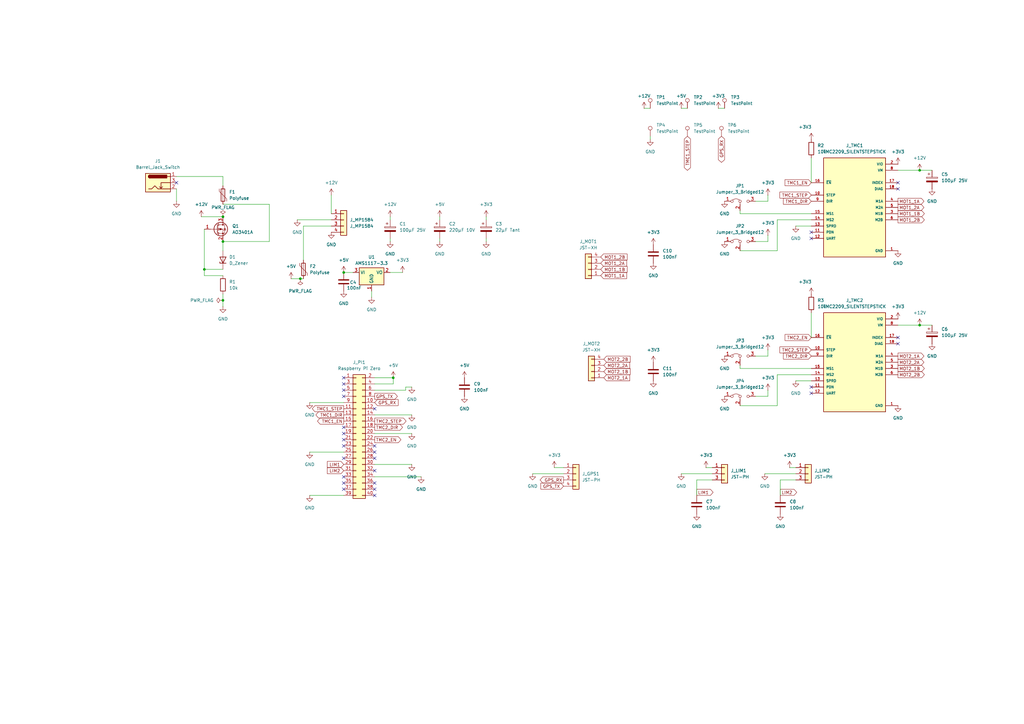
<source format=kicad_sch>
(kicad_sch (version 20250114) (generator "eeschema") (generator_version "9.0")
  (paper "A3")
  (title_block (comment 3 "Telescope Board"))
  (lib_symbols
    (symbol "Connector:Barrel_Jack_Switch" (pin_names (hide yes))
      (property "Reference" "J" (at 0 5.334 0))
      (property "Value" "Barrel_Jack_Switch" (at 0 -5.08 0))
      (symbol "Barrel_Jack_Switch_1_1"
        (pin passive line (at 7.62 2.54 180) (length 2.54) (name "~") (number "1"))
        (pin passive line (at 7.62 0 180) (length 2.54) (name "~") (number "3"))
        (pin passive line (at 7.62 -2.54 180) (length 2.54) (name "~") (number "2"))
      )
    )
    (symbol "Connector:TestPoint" (pin_numbers (hide yes)) (pin_names (offset 0.762) (hide yes))
      (property "Reference" "TP" (at 0 6.858 0))
      (property "Value" "TestPoint" (at 0 5.08 0))
      (symbol "TestPoint_1_1"
        (pin passive line (at 0 0 90) (length 2.54) (name "1") (number "1"))
      )
    )
    (symbol "Connector_Generic:Conn_01x03" (pin_names (offset 1.016) (hide yes))
      (property "Reference" "J" (at 0 5.08 0))
      (property "Value" "Conn_01x03" (at 0 -5.08 0))
      (symbol "Conn_01x03_1_1"
        (pin passive line (at -5.08 2.54 0) (length 3.81) (name "Pin_1") (number "1"))
        (pin passive line (at -5.08 0 0) (length 3.81) (name "Pin_2") (number "2"))
        (pin passive line (at -5.08 -2.54 0) (length 3.81) (name "Pin_3") (number "3"))
      )
    )
    (symbol "Connector_Generic:Conn_01x04" (pin_names (offset 1.016) (hide yes))
      (property "Reference" "J" (at 0 5.08 0))
      (property "Value" "Conn_01x04" (at 0 -7.62 0))
      (symbol "Conn_01x04_1_1"
        (pin passive line (at -5.08 2.54 0) (length 3.81) (name "Pin_1") (number "1"))
        (pin passive line (at -5.08 0 0) (length 3.81) (name "Pin_2") (number "2"))
        (pin passive line (at -5.08 -2.54 0) (length 3.81) (name "Pin_3") (number "3"))
        (pin passive line (at -5.08 -5.08 0) (length 3.81) (name "Pin_4") (number "4"))
      )
    )
    (symbol "Connector_Generic:Conn_02x20_Odd_Even" (pin_names (offset 1.016) (hide yes))
      (property "Reference" "J" (at 1.27 25.4 0))
      (property "Value" "Conn_02x20_Odd_Even" (at 1.27 -27.94 0))
      (symbol "Conn_02x20_Odd_Even_1_1"
        (pin passive line (at -5.08 22.86 0) (length 3.81) (name "Pin_1") (number "1"))
        (pin passive line (at -5.08 20.32 0) (length 3.81) (name "Pin_3") (number "3"))
        (pin passive line (at -5.08 17.78 0) (length 3.81) (name "Pin_5") (number "5"))
        (pin passive line (at -5.08 15.24 0) (length 3.81) (name "Pin_7") (number "7"))
        (pin passive line (at -5.08 12.7 0) (length 3.81) (name "Pin_9") (number "9"))
        (pin passive line (at -5.08 10.16 0) (length 3.81) (name "Pin_11") (number "11"))
        (pin passive line (at -5.08 7.62 0) (length 3.81) (name "Pin_13") (number "13"))
        (pin passive line (at -5.08 5.08 0) (length 3.81) (name "Pin_15") (number "15"))
        (pin passive line (at -5.08 2.54 0) (length 3.81) (name "Pin_17") (number "17"))
        (pin passive line (at -5.08 0 0) (length 3.81) (name "Pin_19") (number "19"))
        (pin passive line (at -5.08 -2.54 0) (length 3.81) (name "Pin_21") (number "21"))
        (pin passive line (at -5.08 -5.08 0) (length 3.81) (name "Pin_23") (number "23"))
        (pin passive line (at -5.08 -7.62 0) (length 3.81) (name "Pin_25") (number "25"))
        (pin passive line (at -5.08 -10.16 0) (length 3.81) (name "Pin_27") (number "27"))
        (pin passive line (at -5.08 -12.7 0) (length 3.81) (name "Pin_29") (number "29"))
        (pin passive line (at -5.08 -15.24 0) (length 3.81) (name "Pin_31") (number "31"))
        (pin passive line (at -5.08 -17.78 0) (length 3.81) (name "Pin_33") (number "33"))
        (pin passive line (at -5.08 -20.32 0) (length 3.81) (name "Pin_35") (number "35"))
        (pin passive line (at -5.08 -22.86 0) (length 3.81) (name "Pin_37") (number "37"))
        (pin passive line (at -5.08 -25.4 0) (length 3.81) (name "Pin_39") (number "39"))
        (pin passive line (at 7.62 22.86 180) (length 3.81) (name "Pin_2") (number "2"))
        (pin passive line (at 7.62 20.32 180) (length 3.81) (name "Pin_4") (number "4"))
        (pin passive line (at 7.62 17.78 180) (length 3.81) (name "Pin_6") (number "6"))
        (pin passive line (at 7.62 15.24 180) (length 3.81) (name "Pin_8") (number "8"))
        (pin passive line (at 7.62 12.7 180) (length 3.81) (name "Pin_10") (number "10"))
        (pin passive line (at 7.62 10.16 180) (length 3.81) (name "Pin_12") (number "12"))
        (pin passive line (at 7.62 7.62 180) (length 3.81) (name "Pin_14") (number "14"))
        (pin passive line (at 7.62 5.08 180) (length 3.81) (name "Pin_16") (number "16"))
        (pin passive line (at 7.62 2.54 180) (length 3.81) (name "Pin_18") (number "18"))
        (pin passive line (at 7.62 0 180) (length 3.81) (name "Pin_20") (number "20"))
        (pin passive line (at 7.62 -2.54 180) (length 3.81) (name "Pin_22") (number "22"))
        (pin passive line (at 7.62 -5.08 180) (length 3.81) (name "Pin_24") (number "24"))
        (pin passive line (at 7.62 -7.62 180) (length 3.81) (name "Pin_26") (number "26"))
        (pin passive line (at 7.62 -10.16 180) (length 3.81) (name "Pin_28") (number "28"))
        (pin passive line (at 7.62 -12.7 180) (length 3.81) (name "Pin_30") (number "30"))
        (pin passive line (at 7.62 -15.24 180) (length 3.81) (name "Pin_32") (number "32"))
        (pin passive line (at 7.62 -17.78 180) (length 3.81) (name "Pin_34") (number "34"))
        (pin passive line (at 7.62 -20.32 180) (length 3.81) (name "Pin_36") (number "36"))
        (pin passive line (at 7.62 -22.86 180) (length 3.81) (name "Pin_38") (number "38"))
        (pin passive line (at 7.62 -25.4 180) (length 3.81) (name "Pin_40") (number "40"))
      )
    )
    (symbol "Device:C" (pin_numbers (hide yes)) (pin_names (offset 0.254))
      (property "Reference" "C" (at 0.635 2.54 0))
      (property "Value" "C" (at 0.635 -2.54 0))
      (symbol "C_1_1"
        (pin passive line (at 0 3.81 270) (length 2.794) (name "~") (number "1"))
        (pin passive line (at 0 -3.81 90) (length 2.794) (name "~") (number "2"))
      )
    )
    (symbol "Device:C_Polarized" (pin_numbers (hide yes)) (pin_names (offset 0.254))
      (property "Reference" "C" (at 0.635 2.54 0))
      (property "Value" "C_Polarized" (at 0.635 -2.54 0))
      (symbol "C_Polarized_1_1"
        (pin passive line (at 0 3.81 270) (length 2.794) (name "~") (number "1"))
        (pin passive line (at 0 -3.81 90) (length 2.794) (name "~") (number "2"))
      )
    )
    (symbol "Device:D_Zener" (pin_numbers (hide yes)) (pin_names (offset 1.016) (hide yes))
      (property "Reference" "D" (at 0 2.54 0))
      (property "Value" "D_Zener" (at 0 -2.54 0))
      (symbol "D_Zener_1_1"
        (pin passive line (at -3.81 0 0) (length 2.54) (name "K") (number "1"))
        (pin passive line (at 3.81 0 180) (length 2.54) (name "A") (number "2"))
      )
    )
    (symbol "Device:Polyfuse" (pin_numbers (hide yes)) (pin_names (offset 0))
      (property "Reference" "F" (at -2.54 0 90))
      (property "Value" "Polyfuse" (at 2.54 0 90))
      (symbol "Polyfuse_1_1"
        (pin passive line (at 0 3.81 270) (length 1.27) (name "~") (number "1"))
        (pin passive line (at 0 -3.81 90) (length 1.27) (name "~") (number "2"))
      )
    )
    (symbol "Device:R" (pin_numbers (hide yes)) (pin_names (offset 0))
      (property "Reference" "R" (at 2.032 0 90))
      (property "Value" "R" (at 0 0 90))
      (symbol "R_1_1"
        (pin passive line (at 0 3.81 270) (length 1.27) (name "~") (number "1"))
        (pin passive line (at 0 -3.81 90) (length 1.27) (name "~") (number "2"))
      )
    )
    (symbol "Jumper:Jumper_3_Bridged12" (pin_names (offset 0) (hide yes)) (in_bom no)
      (property "Reference" "JP" (at -2.54 -2.54 0))
      (property "Value" "Jumper_3_Bridged12" (at 0 2.794 0))
      (symbol "Jumper_3_Bridged12_1_1"
        (pin passive line (at -6.35 0 0) (length 2.54) (name "A") (number "1"))
        (pin passive line (at 0 -3.81 90) (length 2.54) (name "C") (number "2"))
        (pin passive line (at 6.35 0 180) (length 2.54) (name "B") (number "3"))
      )
    )
    (symbol "Regulator_Linear:AMS1117-3.3"
      (property "Reference" "U" (at -3.81 3.175 0))
      (property "Value" "AMS1117-3.3" (at 0 3.175 0))
      (symbol "AMS1117-3.3_1_1"
        (pin power_in line (at -7.62 0 0) (length 2.54) (name "VI") (number "3"))
        (pin power_in line (at 0 -7.62 90) (length 2.54) (name "GND") (number "1"))
        (pin power_out line (at 7.62 0 180) (length 2.54) (name "VO") (number "2"))
      )
    )
    (symbol "TMC2209_SILENTSTEPSTICK:TMC2209_SILENTSTEPSTICK" (pin_names (offset 1.016))
      (property "Reference" "U" (at -12.7 22.86 0))
      (property "Value" "TMC2209_SILENTSTEPSTICK" (at -12.7 -22.86 0))
      (symbol "TMC2209_SILENTSTEPSTICK_0_0"
        (pin input line (at -17.78 10.16 0) (length 5.08) (name "~{EN}") (number "16"))
        (pin input line (at -17.78 5.08 0) (length 5.08) (name "STEP") (number "10"))
        (pin input line (at -17.78 2.54 0) (length 5.08) (name "DIR") (number "9"))
        (pin input line (at -17.78 -2.54 0) (length 5.08) (name "MS1") (number "15"))
        (pin input line (at -17.78 -5.08 0) (length 5.08) (name "MS2") (number "14"))
        (pin input line (at -17.78 -7.62 0) (length 5.08) (name "SPRD") (number "13"))
        (pin bidirectional line (at -17.78 -10.16 0) (length 5.08) (name "PDN") (number "11"))
        (pin bidirectional line (at -17.78 -12.7 0) (length 5.08) (name "UART") (number "12"))
        (pin power_in line (at 17.78 17.78 180) (length 5.08) (name "VIO") (number "2"))
        (pin power_in line (at 17.78 15.24 180) (length 5.08) (name "VM") (number "8"))
        (pin output line (at 17.78 10.16 180) (length 5.08) (name "INDEX") (number "17"))
        (pin output line (at 17.78 7.62 180) (length 5.08) (name "DIAG") (number "18"))
        (pin output line (at 17.78 2.54 180) (length 5.08) (name "M1A") (number "4"))
        (pin output line (at 17.78 0 180) (length 5.08) (name "M2A") (number "5"))
        (pin output line (at 17.78 -2.54 180) (length 5.08) (name "M1B") (number "3"))
        (pin output line (at 17.78 -5.08 180) (length 5.08) (name "M2B") (number "6"))
        (pin power_in line (at 17.78 -17.78 180) (length 5.08) (name "GND") (number "1"))
        (pin power_in line (at 17.78 -17.78 180) (length 5.08) (hide yes) (name "GND") (number "7"))
      )
    )
    (symbol "Transistor_FET:AO3401A" (pin_names (hide yes))
      (property "Reference" "Q" (at 5.08 1.905 0))
      (property "Value" "AO3401A" (at 5.08 0 0))
      (symbol "AO3401A_1_1"
        (pin input line (at -5.08 0 0) (length 2.54) (name "G") (number "1"))
        (pin passive line (at 2.54 5.08 270) (length 2.54) (name "D") (number "3"))
        (pin passive line (at 2.54 -5.08 90) (length 2.54) (name "S") (number "2"))
      )
    )
    (symbol "power:+12V" (power) (pin_numbers (hide yes)) (pin_names (offset 0) (hide yes))
      (property "Value" "+12V" (at 0 3.556 0))
      (symbol "+12V_1_1"
        (pin power_in line (at 0 0 90) (length 0) (name "~") (number "1"))
      )
    )
    (symbol "power:+3V3" (power) (pin_numbers (hide yes)) (pin_names (offset 0) (hide yes))
      (property "Value" "+3V3" (at 0 3.556 0))
      (symbol "+3V3_1_1"
        (pin power_in line (at 0 0 90) (length 0) (name "~") (number "1"))
      )
    )
    (symbol "power:+5V" (power) (pin_numbers (hide yes)) (pin_names (offset 0) (hide yes))
      (property "Value" "+5V" (at 0 3.556 0))
      (symbol "+5V_1_1"
        (pin power_in line (at 0 0 90) (length 0) (name "~") (number "1"))
      )
    )
    (symbol "power:GND" (power) (pin_numbers (hide yes)) (pin_names (offset 0) (hide yes))
      (property "Value" "GND" (at 0 -3.81 0))
      (symbol "GND_1_1"
        (pin power_in line (at 0 0 270) (length 0) (name "~") (number "1"))
      )
    )
    (symbol "power:PWR_FLAG" (power) (pin_numbers (hide yes)) (pin_names (offset 0) (hide yes))
      (property "Value" "PWR_FLAG" (at 0 3.81 0))
      (symbol "PWR_FLAG_0_0"
        (pin power_out line (at 0 0 90) (length 0) (name "~") (number "1"))
      )
    )
  )
  (junction (at 123.19 114.3))
  (junction (at 91.44 99.06))
  (junction (at 91.44 88.9))
  (junction (at 161.29 154.94))
  (junction (at 91.44 123.19))
  (junction (at 83.82 110.49))
  (junction (at 140.97 111.76))
  (junction (at 377.19 133.35))
  (junction (at 377.19 69.85))
  (no_connect (at 153.67 203.2))
  (no_connect (at 140.97 177.8))
  (no_connect (at 153.67 187.96))
  (no_connect (at 153.67 185.42))
  (no_connect (at 332.74 97.79))
  (no_connect (at 140.97 195.58))
  (no_connect (at 72.39 74.93))
  (no_connect (at 368.3 140.97))
  (no_connect (at 153.67 167.64))
  (no_connect (at 140.97 154.94))
  (no_connect (at 140.97 180.34))
  (no_connect (at 368.3 138.43))
  (no_connect (at 368.3 74.93))
  (no_connect (at 140.97 198.12))
  (no_connect (at 368.3 77.47))
  (no_connect (at 332.74 95.25))
  (no_connect (at 153.67 193.04))
  (no_connect (at 332.74 158.75))
  (no_connect (at 332.74 161.29))
  (no_connect (at 153.67 198.12))
  (no_connect (at 140.97 187.96))
  (no_connect (at 140.97 162.56))
  (no_connect (at 140.97 175.26))
  (no_connect (at 140.97 182.88))
  (no_connect (at 140.97 160.02))
  (no_connect (at 140.97 200.66))
  (no_connect (at 153.67 200.66))
  (no_connect (at 140.97 157.48))
  (no_connect (at 153.67 182.88))
  (wire (pts (xy 83.82 93.98) (xy 83.82 110.49)))
  (wire (pts (xy 127 165.1) (xy 140.97 165.1)))
  (wire (pts (xy 266.7 55.88) (xy 266.7 57.15)))
  (wire (pts (xy 323.85 191.77) (xy 326.39 191.77)))
  (wire (pts (xy 314.96 99.06) (xy 309.88 99.06)))
  (wire (pts (xy 326.39 92.71) (xy 332.74 92.71)))
  (wire (pts (xy 368.3 133.35) (xy 377.19 133.35)))
  (wire (pts (xy 377.19 133.35) (xy 382.27 133.35)))
  (wire (pts (xy 264.16 44.45) (xy 266.7 44.45)))
  (wire (pts (xy 72.39 77.47) (xy 72.39 82.55)))
  (wire (pts (xy 135.89 92.71) (xy 124.46 92.71)))
  (wire (pts (xy 227.33 191.77) (xy 231.14 191.77)))
  (wire (pts (xy 153.67 160.02) (xy 166.37 160.02)))
  (wire (pts (xy 91.44 83.82) (xy 110.49 83.82)))
  (wire (pts (xy 166.37 160.02) (xy 166.37 158.75)))
  (wire (pts (xy 314.96 160.02) (xy 314.96 162.56)))
  (wire (pts (xy 314.96 82.55) (xy 309.88 82.55)))
  (wire (pts (xy 91.44 72.39) (xy 91.44 76.2)))
  (wire (pts (xy 161.29 157.48) (xy 153.67 157.48)))
  (wire (pts (xy 153.67 195.58) (xy 172.72 195.58)))
  (wire (pts (xy 314.96 96.52) (xy 314.96 99.06)))
  (wire (pts (xy 368.3 69.85) (xy 377.19 69.85)))
  (wire (pts (xy 91.44 99.06) (xy 91.44 102.87)))
  (wire (pts (xy 279.4 194.31) (xy 292.1 194.31)))
  (wire (pts (xy 303.53 151.13) (xy 303.53 149.86)))
  (wire (pts (xy 285.75 196.85) (xy 285.75 203.2)))
  (wire (pts (xy 180.34 88.9) (xy 180.34 90.17)))
  (wire (pts (xy 82.55 88.9) (xy 91.44 88.9)))
  (wire (pts (xy 124.46 92.71) (xy 124.46 106.68)))
  (wire (pts (xy 135.89 80.01) (xy 135.89 87.63)))
  (wire (pts (xy 332.74 138.43) (xy 332.74 128.27)))
  (wire (pts (xy 318.77 90.17) (xy 318.77 102.87)))
  (wire (pts (xy 279.4 44.45) (xy 281.94 44.45)))
  (wire (pts (xy 199.39 97.79) (xy 199.39 99.06)))
  (wire (pts (xy 313.69 194.31) (xy 326.39 194.31)))
  (wire (pts (xy 123.19 114.3) (xy 124.46 114.3)))
  (wire (pts (xy 110.49 83.82) (xy 110.49 99.06)))
  (wire (pts (xy 326.39 156.21) (xy 332.74 156.21)))
  (wire (pts (xy 318.77 153.67) (xy 318.77 166.37)))
  (wire (pts (xy 153.67 154.94) (xy 161.29 154.94)))
  (wire (pts (xy 166.37 158.75) (xy 168.91 158.75)))
  (wire (pts (xy 180.34 97.79) (xy 180.34 99.06)))
  (wire (pts (xy 72.39 72.39) (xy 91.44 72.39)))
  (wire (pts (xy 332.74 153.67) (xy 318.77 153.67)))
  (wire (pts (xy 83.82 110.49) (xy 91.44 110.49)))
  (wire (pts (xy 91.44 120.65) (xy 91.44 123.19)))
  (wire (pts (xy 318.77 166.37) (xy 303.53 166.37)))
  (wire (pts (xy 314.96 80.01) (xy 314.96 82.55)))
  (wire (pts (xy 326.39 196.85) (xy 320.04 196.85)))
  (wire (pts (xy 332.74 87.63) (xy 303.53 87.63)))
  (wire (pts (xy 83.82 110.49) (xy 83.82 113.03)))
  (wire (pts (xy 127 203.2) (xy 140.97 203.2)))
  (wire (pts (xy 303.53 87.63) (xy 303.53 86.36)))
  (wire (pts (xy 332.74 90.17) (xy 318.77 90.17)))
  (wire (pts (xy 377.19 69.85) (xy 382.27 69.85)))
  (wire (pts (xy 152.4 119.38) (xy 152.4 121.92)))
  (wire (pts (xy 160.02 97.79) (xy 160.02 99.06)))
  (wire (pts (xy 160.02 111.76) (xy 165.1 111.76)))
  (wire (pts (xy 332.74 74.93) (xy 332.74 64.77)))
  (wire (pts (xy 320.04 196.85) (xy 320.04 203.2)))
  (wire (pts (xy 289.56 191.77) (xy 292.1 191.77)))
  (wire (pts (xy 153.67 177.8) (xy 168.91 177.8)))
  (wire (pts (xy 127 185.42) (xy 140.97 185.42)))
  (wire (pts (xy 218.44 194.31) (xy 231.14 194.31)))
  (wire (pts (xy 110.49 99.06) (xy 91.44 99.06)))
  (wire (pts (xy 294.64 44.45) (xy 297.18 44.45)))
  (wire (pts (xy 91.44 123.19) (xy 91.44 125.73)))
  (wire (pts (xy 314.96 146.05) (xy 309.88 146.05)))
  (wire (pts (xy 314.96 143.51) (xy 314.96 146.05)))
  (wire (pts (xy 160.02 88.9) (xy 160.02 90.17)))
  (wire (pts (xy 135.89 90.17) (xy 121.92 90.17)))
  (wire (pts (xy 153.67 170.18) (xy 168.91 170.18)))
  (wire (pts (xy 119.38 114.3) (xy 123.19 114.3)))
  (wire (pts (xy 199.39 88.9) (xy 199.39 90.17)))
  (wire (pts (xy 332.74 151.13) (xy 303.53 151.13)))
  (wire (pts (xy 318.77 102.87) (xy 303.53 102.87)))
  (wire (pts (xy 314.96 162.56) (xy 309.88 162.56)))
  (wire (pts (xy 292.1 196.85) (xy 285.75 196.85)))
  (wire (pts (xy 83.82 113.03) (xy 91.44 113.03)))
  (wire (pts (xy 161.29 154.94) (xy 161.29 157.48)))
  (wire (pts (xy 153.67 190.5) (xy 168.91 190.5)))
  (wire (pts (xy 140.97 111.76) (xy 144.78 111.76)))
  (global_label "MOT1_2B" (shape output) (at 368.3 90.17 0) (property "Intersheetrefs" "${INTERSHEET_REFS}" (effects (hide yes))))
  (global_label "MOT1_2A" (shape output) (at 368.3 85.09 0) (property "Intersheetrefs" "${INTERSHEET_REFS}" (effects (hide yes))))
  (global_label "TMC1_STEP" (shape input) (at 332.74 80.01 180) (property "Intersheetrefs" "${INTERSHEET_REFS}" (effects (hide yes))))
  (global_label "GPS_RX" (shape input) (at 153.67 165.1 0) (property "Intersheetrefs" "${INTERSHEET_REFS}" (effects (hide yes))))
  (global_label "LIM1" (shape output) (at 285.75 201.93 0) (property "Intersheetrefs" "${INTERSHEET_REFS}" (effects (hide yes))))
  (global_label "TMC1_EN" (shape input) (at 332.74 74.93 180) (property "Intersheetrefs" "${INTERSHEET_REFS}" (effects (hide yes))))
  (global_label "MOT1_1B" (shape input) (at 246.38 110.49 0) (property "Intersheetrefs" "${INTERSHEET_REFS}" (effects (hide yes))))
  (global_label "TMC1_DIR" (shape output) (at 140.97 170.18 180) (property "Intersheetrefs" "${INTERSHEET_REFS}" (effects (hide yes))))
  (global_label "TMC1_STEP" (shape bidirectional) (at 281.94 55.88 270) (property "Intersheetrefs" "${INTERSHEET_REFS}" (effects (hide yes))))
  (global_label "TMC1_EN" (shape output) (at 140.97 172.72 180) (property "Intersheetrefs" "${INTERSHEET_REFS}" (effects (hide yes))))
  (global_label "MOT1_2B" (shape input) (at 246.38 105.41 0) (property "Intersheetrefs" "${INTERSHEET_REFS}" (effects (hide yes))))
  (global_label "TMC2_STEP" (shape output) (at 153.67 172.72 0) (property "Intersheetrefs" "${INTERSHEET_REFS}" (effects (hide yes))))
  (global_label "MOT2_2A" (shape input) (at 247.65 149.86 0) (property "Intersheetrefs" "${INTERSHEET_REFS}" (effects (hide yes))))
  (global_label "GPS_TX" (shape output) (at 153.67 162.56 0) (property "Intersheetrefs" "${INTERSHEET_REFS}" (effects (hide yes))))
  (global_label "TMC1_DIR" (shape input) (at 332.74 82.55 180) (property "Intersheetrefs" "${INTERSHEET_REFS}" (effects (hide yes))))
  (global_label "LIM1" (shape input) (at 140.97 190.5 180) (property "Intersheetrefs" "${INTERSHEET_REFS}" (effects (hide yes))))
  (global_label "TMC2_EN" (shape output) (at 153.67 180.34 0) (property "Intersheetrefs" "${INTERSHEET_REFS}" (effects (hide yes))))
  (global_label "TMC2_STEP" (shape input) (at 332.74 143.51 180) (property "Intersheetrefs" "${INTERSHEET_REFS}" (effects (hide yes))))
  (global_label "LIM2" (shape input) (at 140.97 193.04 180) (property "Intersheetrefs" "${INTERSHEET_REFS}" (effects (hide yes))))
  (global_label "MOT2_1B" (shape output) (at 368.3 151.13 0) (property "Intersheetrefs" "${INTERSHEET_REFS}" (effects (hide yes))))
  (global_label "MOT1_1B" (shape output) (at 368.3 87.63 0) (property "Intersheetrefs" "${INTERSHEET_REFS}" (effects (hide yes))))
  (global_label "MOT2_1B" (shape input) (at 247.65 152.4 0) (property "Intersheetrefs" "${INTERSHEET_REFS}" (effects (hide yes))))
  (global_label "MOT1_1A" (shape input) (at 246.38 113.03 0) (property "Intersheetrefs" "${INTERSHEET_REFS}" (effects (hide yes))))
  (global_label "MOT2_1A" (shape output) (at 368.3 146.05 0) (property "Intersheetrefs" "${INTERSHEET_REFS}" (effects (hide yes))))
  (global_label "TMC2_DIR" (shape output) (at 153.67 175.26 0) (property "Intersheetrefs" "${INTERSHEET_REFS}" (effects (hide yes))))
  (global_label "LIM2" (shape output) (at 320.04 201.93 0) (property "Intersheetrefs" "${INTERSHEET_REFS}" (effects (hide yes))))
  (global_label "MOT2_1A" (shape input) (at 247.65 154.94 0) (property "Intersheetrefs" "${INTERSHEET_REFS}" (effects (hide yes))))
  (global_label "MOT2_2A" (shape output) (at 368.3 148.59 0) (property "Intersheetrefs" "${INTERSHEET_REFS}" (effects (hide yes))))
  (global_label "GPS_RX" (shape bidirectional) (at 295.91 55.88 270) (property "Intersheetrefs" "${INTERSHEET_REFS}" (effects (hide yes))))
  (global_label "TMC2_DIR" (shape input) (at 332.74 146.05 180) (property "Intersheetrefs" "${INTERSHEET_REFS}" (effects (hide yes))))
  (global_label "TMC2_EN" (shape input) (at 332.74 138.43 180) (property "Intersheetrefs" "${INTERSHEET_REFS}" (effects (hide yes))))
  (global_label "GPS_TX" (shape input) (at 231.14 199.39 180) (property "Intersheetrefs" "${INTERSHEET_REFS}" (effects (hide yes))))
  (global_label "TMC1_STEP" (shape output) (at 140.97 167.64 180) (property "Intersheetrefs" "${INTERSHEET_REFS}" (effects (hide yes))))
  (global_label "MOT2_2B" (shape output) (at 368.3 153.67 0) (property "Intersheetrefs" "${INTERSHEET_REFS}" (effects (hide yes))))
  (global_label "GPS_RX" (shape output) (at 231.14 196.85 180) (property "Intersheetrefs" "${INTERSHEET_REFS}" (effects (hide yes))))
  (global_label "MOT2_2B" (shape input) (at 247.65 147.32 0) (property "Intersheetrefs" "${INTERSHEET_REFS}" (effects (hide yes))))
  (global_label "MOT1_1A" (shape output) (at 368.3 82.55 0) (property "Intersheetrefs" "${INTERSHEET_REFS}" (effects (hide yes))))
  (global_label "MOT1_2A" (shape input) (at 246.38 107.95 0) (property "Intersheetrefs" "${INTERSHEET_REFS}" (effects (hide yes))))
  (symbol (lib_id "Jumper:Jumper_3_Bridged12") (at 303.53 99.06 0) (unit 1) (in_bom no)
    (property "Reference" "JP2" (at 303.53 92.71 0))
    (property "Value" "Jumper_3_Bridged12" (at 303.53 95.25 0))
    (property "Footprint" "Jumper:SolderJumper-3_P1.3mm_Bridged12_RoundedPad1.0x1.5mm" (effects (hide yes)))
    (property "Description" "Jumper, 3-pole, pins 1+2 closed/bridged" (effects (hide yes)))
  )
  (symbol (lib_id "Device:C_Polarized") (at 160.02 93.98 0) (unit 1)
    (property "Reference" "C1" (at 163.83 91.8209 0) (effects (justify left)))
    (property "Value" "100µF 25V" (at 163.83 94.3609 0) (effects (justify left)))
    (property "Footprint" "Capacitor_THT:CP_Radial_D6.3mm_P2.50mm" (effects (hide yes)))
    (property "Description" "Polarized capacitor" (effects (hide yes)))
  )
  (symbol (lib_id "Connector_Generic:Conn_01x03") (at 331.47 194.31 0) (unit 1)
    (property "Reference" "J_LIM2" (at 334.01 193.0399 0) (effects (justify left)))
    (property "Value" "JST-PH" (at 334.01 195.5799 0) (effects (justify left)))
    (property "Footprint" "Connector_JST:JST_PH_B3B-PH-K_1x03_P2.00mm_Vertical" (effects (hide yes)))
    (property "Description" "Generic connector, single row, 01x03, script generated (kicad-library-utils/schlib/autogen/connector/)" (effects (hide yes)))
  )
  (symbol (lib_id "Device:C_Polarized") (at 382.27 73.66 0) (unit 1)
    (property "Reference" "C5" (at 386.08 71.5009 0) (effects (justify left)))
    (property "Value" "100µF 25V" (at 386.08 74.0409 0) (effects (justify left)))
    (property "Footprint" "Capacitor_THT:CP_Radial_D6.3mm_P2.50mm" (effects (hide yes)))
    (property "Description" "Polarized capacitor" (effects (hide yes)))
  )
  (symbol (lib_id "power:GND") (at 297.18 82.55 0) (unit 1)
    (property "Reference" "#PWR047" (effects (hide yes)))
    (property "Value" "GND" (at 297.18 87.63 0))
    (property "Description" "Power symbol creates a global label with name \"GND\" , ground" (effects (hide yes)))
  )
  (symbol (lib_id "Jumper:Jumper_3_Bridged12") (at 303.53 162.56 0) (unit 1) (in_bom no)
    (property "Reference" "JP4" (at 303.53 156.21 0))
    (property "Value" "Jumper_3_Bridged12" (at 303.53 158.75 0))
    (property "Footprint" "Jumper:SolderJumper-3_P1.3mm_Bridged12_RoundedPad1.0x1.5mm" (effects (hide yes)))
    (property "Description" "Jumper, 3-pole, pins 1+2 closed/bridged" (effects (hide yes)))
  )
  (symbol (lib_id "power:GND") (at 326.39 92.71 0) (unit 1)
    (property "Reference" "#PWR032" (effects (hide yes)))
    (property "Value" "GND" (at 326.39 97.79 0))
    (property "Description" "Power symbol creates a global label with name \"GND\" , ground" (effects (hide yes)))
  )
  (symbol (lib_id "power:GND") (at 266.7 57.15 0) (unit 1)
    (property "Reference" "#PWR058" (effects (hide yes)))
    (property "Value" "GND" (at 266.7 62.23 0))
    (property "Description" "Power symbol creates a global label with name \"GND\" , ground" (effects (hide yes)))
  )
  (symbol (lib_id "power:GND") (at 127 203.2 0) (unit 1)
    (property "Reference" "#PWR026" (effects (hide yes)))
    (property "Value" "GND" (at 127 208.28 0))
    (property "Description" "Power symbol creates a global label with name \"GND\" , ground" (effects (hide yes)))
  )
  (symbol (lib_id "power:PWR_FLAG") (at 123.19 114.3 180) (unit 1)
    (property "Reference" "#FLG02" (effects (hide yes)))
    (property "Value" "PWR_FLAG" (at 123.19 119.38 0))
    (property "Description" "Special symbol for telling ERC where power comes from" (effects (hide yes)))
  )
  (symbol (lib_id "Connector:TestPoint") (at 266.7 55.88 0) (unit 1)
    (property "Reference" "TP4" (at 269.24 51.3079 0) (effects (justify left)))
    (property "Value" "TestPoint" (at 269.24 53.8479 0) (effects (justify left)))
    (property "Footprint" "TestPoint:TestPoint_Pad_D1.5mm" (effects (hide yes)))
    (property "Description" "test point" (effects (hide yes)))
  )
  (symbol (lib_id "Connector_Generic:Conn_01x04") (at 241.3 110.49 180) (unit 1)
    (property "Reference" "J_MOT1" (at 241.3 99.06 0))
    (property "Value" "JST-XH" (at 241.3 101.6 0))
    (property "Footprint" "Connector_JST:JST_XH_B4B-XH-A_1x04_P2.50mm_Vertical" (effects (hide yes)))
    (property "Description" "Generic connector, single row, 01x04, script generated (kicad-library-utils/schlib/autogen/connector/)" (effects (hide yes)))
  )
  (symbol (lib_id "power:GND") (at 121.92 90.17 0) (unit 1)
    (property "Reference" "#PWR06" (effects (hide yes)))
    (property "Value" "GND" (at 121.92 95.25 0))
    (property "Description" "Power symbol creates a global label with name \"GND\" , ground" (effects (hide yes)))
  )
  (symbol (lib_id "Device:R") (at 332.74 60.96 0) (unit 1)
    (property "Reference" "R2" (at 335.28 59.6899 0) (effects (justify left)))
    (property "Value" "10k" (at 335.28 62.2299 0) (effects (justify left)))
    (property "Footprint" "Resistor_SMD:R_0603_1608Metric" (effects (hide yes)))
    (property "Description" "Resistor" (effects (hide yes)))
  )
  (symbol (lib_id "power:GND") (at 140.97 119.38 0) (unit 1)
    (property "Reference" "#PWR017" (effects (hide yes)))
    (property "Value" "GND" (at 140.97 124.46 0))
    (property "Description" "Power symbol creates a global label with name \"GND\" , ground" (effects (hide yes)))
  )
  (symbol (lib_id "power:+5V") (at 190.5 154.94 0) (unit 1)
    (property "Reference" "#PWR059" (effects (hide yes)))
    (property "Value" "+5V" (at 190.5 149.86 0))
    (property "Description" "Power symbol creates a global label with name \"+5V\"" (effects (hide yes)))
  )
  (symbol (lib_id "Device:Polyfuse") (at 91.44 80.01 0) (unit 1)
    (property "Reference" "F1" (at 93.98 78.7399 0) (effects (justify left)))
    (property "Value" "Polyfuse" (at 93.98 81.2799 0) (effects (justify left)))
    (property "Footprint" "Fuse:Fuse_2920_7451Metric" (effects (hide yes)))
    (property "Description" "Resettable fuse, polymeric positive temperature coefficient" (effects (hide yes)))
  )
  (symbol (lib_id "power:GND") (at 127 185.42 0) (unit 1)
    (property "Reference" "#PWR025" (effects (hide yes)))
    (property "Value" "GND" (at 127 190.5 0))
    (property "Description" "Power symbol creates a global label with name \"GND\" , ground" (effects (hide yes)))
  )
  (symbol (lib_id "Device:R") (at 332.74 124.46 0) (unit 1)
    (property "Reference" "R3" (at 335.28 123.1899 0) (effects (justify left)))
    (property "Value" "10k" (at 335.28 125.7299 0) (effects (justify left)))
    (property "Footprint" "Resistor_SMD:R_0603_1608Metric" (effects (hide yes)))
    (property "Description" "Resistor" (effects (hide yes)))
  )
  (symbol (lib_id "power:GND") (at 168.91 158.75 0) (unit 1)
    (property "Reference" "#PWR019" (effects (hide yes)))
    (property "Value" "GND" (at 168.91 163.83 0))
    (property "Description" "Power symbol creates a global label with name \"GND\" , ground" (effects (hide yes)))
  )
  (symbol (lib_id "Connector_Generic:Conn_01x04") (at 236.22 194.31 0) (unit 1)
    (property "Reference" "J_GPS1" (at 238.76 194.3099 0) (effects (justify left)))
    (property "Value" "JST-PH" (at 238.76 196.8499 0) (effects (justify left)))
    (property "Footprint" "Connector_JST:JST_PH_B4B-PH-K_1x04_P2.00mm_Vertical" (effects (hide yes)))
    (property "Description" "Generic connector, single row, 01x04, script generated (kicad-library-utils/schlib/autogen/connector/)" (effects (hide yes)))
  )
  (symbol (lib_id "power:+3V3") (at 314.96 143.51 0) (unit 1)
    (property "Reference" "#PWR035" (effects (hide yes)))
    (property "Value" "+3V3" (at 314.96 138.43 0))
    (property "Description" "Power symbol creates a global label with name \"+3V3\"" (effects (hide yes)))
  )
  (symbol (lib_id "Connector:TestPoint") (at 266.7 44.45 0) (unit 1)
    (property "Reference" "TP1" (at 269.24 39.8779 0) (effects (justify left)))
    (property "Value" "TestPoint" (at 269.24 42.4179 0) (effects (justify left)))
    (property "Footprint" "TestPoint:TestPoint_Pad_D1.5mm" (effects (hide yes)))
    (property "Description" "test point" (effects (hide yes)))
  )
  (symbol (lib_id "Connector:Barrel_Jack_Switch") (at 64.77 74.93 0) (unit 1)
    (property "Reference" "J1" (at 64.77 66.04 0))
    (property "Value" "Barrel_Jack_Switch" (at 64.77 68.58 0))
    (property "Footprint" "Connector_BarrelJack:BarrelJack_Horizontal" (effects (hide yes)))
    (property "Description" "DC Barrel Jack with an internal switch" (effects (hide yes)))
  )
  (symbol (lib_id "Connector_Generic:Conn_01x04") (at 140.97 90.17 0) (unit 1)
    (property "Reference" "J_MP1584" (at 143.51 90.1699 0) (effects (justify left)))
    (property "Value" "J_MP1584" (at 143.51 92.7099 0) (effects (justify left)))
    (property "Footprint" "Connector_PinHeader_2.54mm:PinHeader_1x04_P2.54mm_Vertical" (effects (hide yes)))
    (property "Description" "Generic connector, single row, 01x04, script generated (kicad-library-utils/schlib/autogen/connector/)" (effects (hide yes)))
  )
  (symbol (lib_id "power:GND") (at 368.3 166.37 0) (unit 1)
    (property "Reference" "#PWR052" (effects (hide yes)))
    (property "Value" "GND" (at 368.3 171.45 0))
    (property "Description" "Power symbol creates a global label with name \"GND\" , ground" (effects (hide yes)))
  )
  (symbol (lib_id "power:+3V3") (at 323.85 191.77 0) (unit 1)
    (property "Reference" "#PWR046" (effects (hide yes)))
    (property "Value" "+3V3" (at 323.85 186.69 0))
    (property "Description" "Power symbol creates a global label with name \"+3V3\"" (effects (hide yes)))
  )
  (symbol (lib_id "Transistor_FET:AO3401A") (at 88.9 93.98 0) (unit 1)
    (property "Reference" "Q1" (at 95.25 92.7099 0) (effects (justify left)))
    (property "Value" "AO3401A" (at 95.25 95.2499 0) (effects (justify left)))
    (property "Footprint" "Package_TO_SOT_SMD:SOT-23" (effects (hide yes)))
    (property "Datasheet" "http://www.aosmd.com/pdfs/datasheet/AO3401A.pdf" (effects (hide yes)))
    (property "Description" "-4.0A Id, -30V Vds, P-Channel MOSFET, SOT-23" (effects (hide yes)))
  )
  (symbol (lib_id "power:GND") (at 297.18 162.56 0) (unit 1)
    (property "Reference" "#PWR034" (effects (hide yes)))
    (property "Value" "GND" (at 297.18 167.64 0))
    (property "Description" "Power symbol creates a global label with name \"GND\" , ground" (effects (hide yes)))
  )
  (symbol (lib_id "power:GND") (at 320.04 210.82 0) (unit 1)
    (property "Reference" "#PWR045" (effects (hide yes)))
    (property "Value" "GND" (at 320.04 215.9 0))
    (property "Description" "Power symbol creates a global label with name \"GND\" , ground" (effects (hide yes)))
  )
  (symbol (lib_id "Device:C") (at 267.97 152.4 0) (unit 1)
    (property "Reference" "C11" (at 271.78 151.1299 0) (effects (justify left)))
    (property "Value" "100nF" (at 271.78 153.6699 0) (effects (justify left)))
    (property "Footprint" "Capacitor_SMD:C_0603_1608Metric" (effects (hide yes)))
    (property "Description" "Unpolarized capacitor" (effects (hide yes)))
  )
  (symbol (lib_id "power:+3V3") (at 289.56 191.77 0) (unit 1)
    (property "Reference" "#PWR040" (effects (hide yes)))
    (property "Value" "+3V3" (at 289.56 186.69 0))
    (property "Description" "Power symbol creates a global label with name \"+3V3\"" (effects (hide yes)))
  )
  (symbol (lib_id "power:GND") (at 190.5 162.56 0) (unit 1)
    (property "Reference" "#PWR064" (effects (hide yes)))
    (property "Value" "GND" (at 190.5 167.64 0))
    (property "Description" "Power symbol creates a global label with name \"GND\" , ground" (effects (hide yes)))
  )
  (symbol (lib_id "TMC2209_SILENTSTEPSTICK:TMC2209_SILENTSTEPSTICK") (at 350.52 85.09 0) (unit 1)
    (property "Reference" "J_TMC1" (at 350.52 59.69 0))
    (property "Value" "TMC2209_SILENTSTEPSTICK" (at 350.52 62.23 0))
    (property "Footprint" "TMC2209_SILENTSTEPSTICK:MODULE_TMC2209_SILENTSTEPSTICK" (effects (hide yes)))
    (property "MF" "Trinamic Motion Control GmbH" (effects (hide yes)))
    (property "Description_1" "TMC2209 Motor Controller/Driver Power Management Evaluation Board" (effects (hide yes)))
    (property "Package" "None" (effects (hide yes)))
    (property "Price" "None" (effects (hide yes)))
    (property "Check_prices" "https://www.snapeda.com/parts/TMC2209%20SILENTSTEPSTICK/Trinamic/view-part/?ref=eda" (effects (hide yes)))
    (property "STANDARD" "Manufacturer Recommendations" (effects (hide yes)))
    (property "PARTREV" "1.20" (effects (hide yes)))
    (property "SnapEDA_Link" "https://www.snapeda.com/parts/TMC2209%20SILENTSTEPSTICK/Trinamic/view-part/?ref=snap" (effects (hide yes)))
    (property "MP" "TMC2209 SILENTSTEPSTICK" (effects (hide yes)))
    (property "MANUFACTURER" "Trinamic Motion Control GmbH" (effects (hide yes)))
    (property "Availability" "In Stock" (effects (hide yes)))
    (property "SNAPEDA_PN" "TMC2209 SILENTSTEPSTICK" (effects (hide yes)))
  )
  (symbol (lib_id "Device:C") (at 190.5 158.75 0) (unit 1)
    (property "Reference" "C9" (at 194.31 157.4799 0) (effects (justify left)))
    (property "Value" "100nF" (at 194.31 160.0199 0) (effects (justify left)))
    (property "Footprint" "Capacitor_SMD:C_0603_1608Metric" (effects (hide yes)))
    (property "Description" "Unpolarized capacitor" (effects (hide yes)))
  )
  (symbol (lib_id "power:+3V3") (at 332.74 57.15 0) (unit 1)
    (property "Reference" "#PWR031" (effects (hide yes)))
    (property "Value" "+3V3" (at 330.2 52.07 0))
    (property "Description" "Power symbol creates a global label with name \"+3V3\"" (effects (hide yes)))
  )
  (symbol (lib_id "Device:C") (at 267.97 104.14 0) (unit 1)
    (property "Reference" "C10" (at 271.78 102.8699 0) (effects (justify left)))
    (property "Value" "100nF" (at 271.78 105.4099 0) (effects (justify left)))
    (property "Footprint" "Capacitor_SMD:C_0603_1608Metric" (effects (hide yes)))
    (property "Description" "Unpolarized capacitor" (effects (hide yes)))
  )
  (symbol (lib_id "Connector:TestPoint") (at 281.94 55.88 0) (unit 1)
    (property "Reference" "TP5" (at 284.48 51.3079 0) (effects (justify left)))
    (property "Value" "TestPoint" (at 284.48 53.8479 0) (effects (justify left)))
    (property "Footprint" "TestPoint:TestPoint_Pad_D1.5mm" (effects (hide yes)))
    (property "Description" "test point" (effects (hide yes)))
  )
  (symbol (lib_id "power:GND") (at 168.91 170.18 0) (unit 1)
    (property "Reference" "#PWR020" (effects (hide yes)))
    (property "Value" "GND" (at 168.91 175.26 0))
    (property "Description" "Power symbol creates a global label with name \"GND\" , ground" (effects (hide yes)))
  )
  (symbol (lib_id "power:+3V3") (at 314.96 80.01 0) (unit 1)
    (property "Reference" "#PWR050" (effects (hide yes)))
    (property "Value" "+3V3" (at 314.96 74.93 0))
    (property "Description" "Power symbol creates a global label with name \"+3V3\"" (effects (hide yes)))
  )
  (symbol (lib_id "power:+12V") (at 264.16 44.45 0) (unit 1)
    (property "Reference" "#PWR055" (effects (hide yes)))
    (property "Value" "+12V" (at 264.16 39.37 0))
    (property "Description" "Power symbol creates a global label with name \"+12V\"" (effects (hide yes)))
  )
  (symbol (lib_id "power:+3V3") (at 314.96 160.02 0) (unit 1)
    (property "Reference" "#PWR036" (effects (hide yes)))
    (property "Value" "+3V3" (at 314.96 154.94 0))
    (property "Description" "Power symbol creates a global label with name \"+3V3\"" (effects (hide yes)))
  )
  (symbol (lib_id "power:GND") (at 218.44 194.31 0) (unit 1)
    (property "Reference" "#PWR041" (effects (hide yes)))
    (property "Value" "GND" (at 218.44 199.39 0))
    (property "Description" "Power symbol creates a global label with name \"GND\" , ground" (effects (hide yes)))
  )
  (symbol (lib_id "power:GND") (at 326.39 156.21 0) (unit 1)
    (property "Reference" "#PWR037" (effects (hide yes)))
    (property "Value" "GND" (at 326.39 161.29 0))
    (property "Description" "Power symbol creates a global label with name \"GND\" , ground" (effects (hide yes)))
  )
  (symbol (lib_id "power:+3V3") (at 267.97 100.33 0) (unit 1)
    (property "Reference" "#PWR061" (effects (hide yes)))
    (property "Value" "+3V3" (at 267.97 95.25 0))
    (property "Description" "Power symbol creates a global label with name \"+3V3\"" (effects (hide yes)))
  )
  (symbol (lib_id "power:GND") (at 91.44 125.73 0) (unit 1)
    (property "Reference" "#PWR01" (effects (hide yes)))
    (property "Value" "GND" (at 91.44 130.81 0))
    (property "Description" "Power symbol creates a global label with name \"GND\" , ground" (effects (hide yes)))
  )
  (symbol (lib_id "power:+12V") (at 160.02 88.9 0) (unit 1)
    (property "Reference" "#PWR011" (effects (hide yes)))
    (property "Value" "+12V" (at 160.02 83.82 0))
    (property "Description" "Power symbol creates a global label with name \"+12V\"" (effects (hide yes)))
  )
  (symbol (lib_id "Device:D_Zener") (at 91.44 106.68 90) (unit 1)
    (property "Reference" "D1" (at 93.98 105.4099 90) (effects (justify right)))
    (property "Value" "D_Zener" (at 93.98 107.9499 90) (effects (justify right)))
    (property "Footprint" "Diode_SMD:D_SOD-123" (effects (hide yes)))
    (property "Description" "Zener diode" (effects (hide yes)))
  )
  (symbol (lib_id "Regulator_Linear:AMS1117-3.3") (at 152.4 111.76 0) (unit 1)
    (property "Reference" "U1" (at 152.4 105.41 0))
    (property "Value" "AMS1117-3.3" (at 152.4 107.95 0))
    (property "Footprint" "Package_TO_SOT_SMD:SOT-223-3_TabPin2" (effects (hide yes)))
    (property "Datasheet" "http://www.advanced-monolithic.com/pdf/ds1117.pdf" (effects (hide yes)))
    (property "Description" "1A Low Dropout regulator, positive, 3.3V fixed output, SOT-223" (effects (hide yes)))
  )
  (symbol (lib_id "Connector:TestPoint") (at 281.94 44.45 0) (unit 1)
    (property "Reference" "TP2" (at 284.48 39.8779 0) (effects (justify left)))
    (property "Value" "TestPoint" (at 284.48 42.4179 0) (effects (justify left)))
    (property "Footprint" "TestPoint:TestPoint_Pad_D1.5mm" (effects (hide yes)))
    (property "Description" "test point" (effects (hide yes)))
  )
  (symbol (lib_id "power:GND") (at 382.27 77.47 0) (unit 1)
    (property "Reference" "#PWR030" (effects (hide yes)))
    (property "Value" "GND" (at 382.27 82.55 0))
    (property "Description" "Power symbol creates a global label with name \"GND\" , ground" (effects (hide yes)))
  )
  (symbol (lib_id "Device:C") (at 285.75 207.01 0) (unit 1)
    (property "Reference" "C7" (at 289.56 205.7399 0) (effects (justify left)))
    (property "Value" "100nF" (at 289.56 208.2799 0) (effects (justify left)))
    (property "Footprint" "Capacitor_SMD:C_0603_1608Metric" (effects (hide yes)))
    (property "Description" "Unpolarized capacitor" (effects (hide yes)))
  )
  (symbol (lib_id "power:+12V") (at 377.19 69.85 0) (unit 1)
    (property "Reference" "#PWR027" (effects (hide yes)))
    (property "Value" "+12V" (at 377.19 64.77 0))
    (property "Description" "Power symbol creates a global label with name \"+12V\"" (effects (hide yes)))
  )
  (symbol (lib_id "power:GND") (at 267.97 156.21 0) (unit 1)
    (property "Reference" "#PWR063" (effects (hide yes)))
    (property "Value" "GND" (at 267.97 161.29 0))
    (property "Description" "Power symbol creates a global label with name \"GND\" , ground" (effects (hide yes)))
  )
  (symbol (lib_id "Connector:TestPoint") (at 297.18 44.45 0) (unit 1)
    (property "Reference" "TP3" (at 299.72 39.8779 0) (effects (justify left)))
    (property "Value" "TestPoint" (at 299.72 42.4179 0) (effects (justify left)))
    (property "Footprint" "TestPoint:TestPoint_Pad_D1.5mm" (effects (hide yes)))
    (property "Description" "test point" (effects (hide yes)))
  )
  (symbol (lib_id "power:+3V3") (at 267.97 148.59 0) (unit 1)
    (property "Reference" "#PWR060" (effects (hide yes)))
    (property "Value" "+3V3" (at 267.97 143.51 0))
    (property "Description" "Power symbol creates a global label with name \"+3V3\"" (effects (hide yes)))
  )
  (symbol (lib_id "power:GND") (at 168.91 177.8 0) (unit 1)
    (property "Reference" "#PWR021" (effects (hide yes)))
    (property "Value" "GND" (at 168.91 182.88 0))
    (property "Description" "Power symbol creates a global label with name \"GND\" , ground" (effects (hide yes)))
  )
  (symbol (lib_id "power:GND") (at 72.39 82.55 0) (unit 1)
    (property "Reference" "#PWR03" (effects (hide yes)))
    (property "Value" "GND" (at 72.39 87.63 0))
    (property "Description" "Power symbol creates a global label with name \"GND\" , ground" (effects (hide yes)))
  )
  (symbol (lib_id "power:GND") (at 279.4 194.31 0) (unit 1)
    (property "Reference" "#PWR042" (effects (hide yes)))
    (property "Value" "GND" (at 279.4 199.39 0))
    (property "Description" "Power symbol creates a global label with name \"GND\" , ground" (effects (hide yes)))
  )
  (symbol (lib_id "Connector_Generic:Conn_02x20_Odd_Even") (at 146.05 177.8 0) (unit 1)
    (property "Reference" "J_PI1" (at 147.32 148.59 0))
    (property "Value" "Raspberry Pi Zero" (at 147.32 151.13 0))
    (property "Footprint" "Connector_PinSocket_2.54mm:PinSocket_2x20_P2.54mm_Vertical" (effects (hide yes)))
    (property "Description" "Generic connector, double row, 02x20, odd/even pin numbering scheme (row 1 odd numbers, row 2 even numbers), script generated (kicad-library-utils/schlib/autogen/connector/)" (effects (hide yes)))
  )
  (symbol (lib_id "Device:C_Polarized") (at 199.39 93.98 0) (unit 1)
    (property "Reference" "C3" (at 203.2 91.8209 0) (effects (justify left)))
    (property "Value" "22µF Tant" (at 203.2 94.3609 0) (effects (justify left)))
    (property "Footprint" "Capacitor_Tantalum_SMD:CP_EIA-3216-18_Kemet-A" (effects (hide yes)))
    (property "Description" "Polarized capacitor" (effects (hide yes)))
  )
  (symbol (lib_id "power:+12V") (at 82.55 88.9 0) (unit 1)
    (property "Reference" "#PWR02" (effects (hide yes)))
    (property "Value" "+12V" (at 82.55 83.82 0))
    (property "Description" "Power symbol creates a global label with name \"+12V\"" (effects (hide yes)))
  )
  (symbol (lib_id "power:+5V") (at 279.4 44.45 0) (unit 1)
    (property "Reference" "#PWR056" (effects (hide yes)))
    (property "Value" "+5V" (at 279.4 39.37 0))
    (property "Description" "Power symbol creates a global label with name \"+5V\"" (effects (hide yes)))
  )
  (symbol (lib_id "power:GND") (at 267.97 107.95 0) (unit 1)
    (property "Reference" "#PWR062" (effects (hide yes)))
    (property "Value" "GND" (at 267.97 113.03 0))
    (property "Description" "Power symbol creates a global label with name \"GND\" , ground" (effects (hide yes)))
  )
  (symbol (lib_id "power:GND") (at 127 165.1 0) (unit 1)
    (property "Reference" "#PWR024" (effects (hide yes)))
    (property "Value" "GND" (at 127 170.18 0))
    (property "Description" "Power symbol creates a global label with name \"GND\" , ground" (effects (hide yes)))
  )
  (symbol (lib_id "power:+5V") (at 119.38 114.3 0) (unit 1)
    (property "Reference" "#PWR07" (effects (hide yes)))
    (property "Value" "+5V" (at 119.38 109.22 0))
    (property "Description" "Power symbol creates a global label with name \"+5V\"" (effects (hide yes)))
  )
  (symbol (lib_id "Device:Polyfuse") (at 124.46 110.49 0) (unit 1)
    (property "Reference" "F2" (at 127 109.2199 0) (effects (justify left)))
    (property "Value" "Polyfuse" (at 127 111.7599 0) (effects (justify left)))
    (property "Footprint" "Fuse:Fuse_1206_3216Metric" (effects (hide yes)))
    (property "Description" "Resettable fuse, polymeric positive temperature coefficient" (effects (hide yes)))
  )
  (symbol (lib_id "power:GND") (at 313.69 194.31 0) (unit 1)
    (property "Reference" "#PWR044" (effects (hide yes)))
    (property "Value" "GND" (at 313.69 199.39 0))
    (property "Description" "Power symbol creates a global label with name \"GND\" , ground" (effects (hide yes)))
  )
  (symbol (lib_id "power:GND") (at 160.02 99.06 0) (unit 1)
    (property "Reference" "#PWR014" (effects (hide yes)))
    (property "Value" "GND" (at 160.02 104.14 0))
    (property "Description" "Power symbol creates a global label with name \"GND\" , ground" (effects (hide yes)))
  )
  (symbol (lib_id "Jumper:Jumper_3_Bridged12") (at 303.53 146.05 0) (unit 1) (in_bom no)
    (property "Reference" "JP3" (at 303.53 139.7 0))
    (property "Value" "Jumper_3_Bridged12" (at 303.53 142.24 0))
    (property "Footprint" "Jumper:SolderJumper-3_P1.3mm_Bridged12_RoundedPad1.0x1.5mm" (effects (hide yes)))
    (property "Description" "Jumper, 3-pole, pins 1+2 closed/bridged" (effects (hide yes)))
  )
  (symbol (lib_id "Device:C_Polarized") (at 180.34 93.98 0) (unit 1)
    (property "Reference" "C2" (at 184.15 91.8209 0) (effects (justify left)))
    (property "Value" "220µF 10V" (at 184.15 94.3609 0) (effects (justify left)))
    (property "Footprint" "Capacitor_THT:CP_Radial_D8.0mm_P3.50mm" (effects (hide yes)))
    (property "Description" "Polarized capacitor" (effects (hide yes)))
  )
  (symbol (lib_id "Jumper:Jumper_3_Bridged12") (at 303.53 82.55 0) (unit 1) (in_bom no)
    (property "Reference" "JP1" (at 303.53 76.2 0))
    (property "Value" "Jumper_3_Bridged12" (at 303.53 78.74 0))
    (property "Footprint" "Jumper:SolderJumper-3_P1.3mm_Bridged12_RoundedPad1.0x1.5mm" (effects (hide yes)))
    (property "Description" "Jumper, 3-pole, pins 1+2 closed/bridged" (effects (hide yes)))
  )
  (symbol (lib_id "power:GND") (at 168.91 190.5 0) (unit 1)
    (property "Reference" "#PWR022" (effects (hide yes)))
    (property "Value" "GND" (at 168.91 195.58 0))
    (property "Description" "Power symbol creates a global label with name \"GND\" , ground" (effects (hide yes)))
  )
  (symbol (lib_id "power:+5V") (at 140.97 111.76 0) (unit 1)
    (property "Reference" "#PWR08" (effects (hide yes)))
    (property "Value" "+5V" (at 140.97 106.68 0))
    (property "Description" "Power symbol creates a global label with name \"+5V\"" (effects (hide yes)))
  )
  (symbol (lib_id "Device:R") (at 91.44 116.84 0) (unit 1)
    (property "Reference" "R1" (at 93.98 115.5699 0) (effects (justify left)))
    (property "Value" "10k" (at 93.98 118.1099 0) (effects (justify left)))
    (property "Footprint" "Resistor_SMD:R_0603_1608Metric" (effects (hide yes)))
    (property "Description" "Resistor" (effects (hide yes)))
  )
  (symbol (lib_id "power:+3V3") (at 332.74 120.65 0) (unit 1)
    (property "Reference" "#PWR038" (effects (hide yes)))
    (property "Value" "+3V3" (at 330.2 115.57 0))
    (property "Description" "Power symbol creates a global label with name \"+3V3\"" (effects (hide yes)))
  )
  (symbol (lib_id "Connector:TestPoint") (at 295.91 55.88 0) (unit 1)
    (property "Reference" "TP6" (at 298.45 51.3079 0) (effects (justify left)))
    (property "Value" "TestPoint" (at 298.45 53.8479 0) (effects (justify left)))
    (property "Footprint" "TestPoint:TestPoint_Pad_D1.5mm" (effects (hide yes)))
    (property "Description" "test point" (effects (hide yes)))
  )
  (symbol (lib_id "power:GND") (at 368.3 102.87 0) (unit 1)
    (property "Reference" "#PWR029" (effects (hide yes)))
    (property "Value" "GND" (at 368.3 107.95 0))
    (property "Description" "Power symbol creates a global label with name \"GND\" , ground" (effects (hide yes)))
  )
  (symbol (lib_id "power:+12V") (at 377.19 133.35 0) (unit 1)
    (property "Reference" "#PWR053" (effects (hide yes)))
    (property "Value" "+12V" (at 377.19 128.27 0))
    (property "Description" "Power symbol creates a global label with name \"+12V\"" (effects (hide yes)))
  )
  (symbol (lib_id "power:+3V3") (at 368.3 130.81 0) (unit 1)
    (property "Reference" "#PWR051" (effects (hide yes)))
    (property "Value" "+3V3" (at 368.3 125.73 0))
    (property "Description" "Power symbol creates a global label with name \"+3V3\"" (effects (hide yes)))
  )
  (symbol (lib_id "power:PWR_FLAG") (at 91.44 88.9 0) (unit 1)
    (property "Reference" "#FLG01" (effects (hide yes)))
    (property "Value" "PWR_FLAG" (at 91.44 85.09 0))
    (property "Description" "Special symbol for telling ERC where power comes from" (effects (hide yes)))
  )
  (symbol (lib_id "power:+3V3") (at 165.1 111.76 0) (unit 1)
    (property "Reference" "#PWR010" (effects (hide yes)))
    (property "Value" "+3V3" (at 165.1 106.68 0))
    (property "Description" "Power symbol creates a global label with name \"+3V3\"" (effects (hide yes)))
  )
  (symbol (lib_id "Connector_Generic:Conn_01x04") (at 242.57 152.4 180) (unit 1)
    (property "Reference" "J_MOT2" (at 242.57 140.97 0))
    (property "Value" "JST-XH" (at 242.57 143.51 0))
    (property "Footprint" "Connector_JST:JST_XH_B4B-XH-A_1x04_P2.50mm_Vertical" (effects (hide yes)))
    (property "Description" "Generic connector, single row, 01x04, script generated (kicad-library-utils/schlib/autogen/connector/)" (effects (hide yes)))
  )
  (symbol (lib_id "power:GND") (at 135.89 95.25 0) (unit 1)
    (property "Reference" "#PWR05" (effects (hide yes)))
    (property "Value" "GND" (at 135.89 100.33 0))
    (property "Description" "Power symbol creates a global label with name \"GND\" , ground" (effects (hide yes)))
  )
  (symbol (lib_id "power:GND") (at 172.72 195.58 0) (unit 1)
    (property "Reference" "#PWR023" (effects (hide yes)))
    (property "Value" "GND" (at 172.72 200.66 0))
    (property "Description" "Power symbol creates a global label with name \"GND\" , ground" (effects (hide yes)))
  )
  (symbol (lib_id "power:+3V3") (at 368.3 67.31 0) (unit 1)
    (property "Reference" "#PWR028" (effects (hide yes)))
    (property "Value" "+3V3" (at 368.3 62.23 0))
    (property "Description" "Power symbol creates a global label with name \"+3V3\"" (effects (hide yes)))
  )
  (symbol (lib_id "Connector_Generic:Conn_01x03") (at 297.18 194.31 0) (unit 1)
    (property "Reference" "J_LIM1" (at 299.72 193.0399 0) (effects (justify left)))
    (property "Value" "JST-PH" (at 299.72 195.5799 0) (effects (justify left)))
    (property "Footprint" "Connector_JST:JST_PH_B3B-PH-K_1x03_P2.00mm_Vertical" (effects (hide yes)))
    (property "Description" "Generic connector, single row, 01x03, script generated (kicad-library-utils/schlib/autogen/connector/)" (effects (hide yes)))
  )
  (symbol (lib_id "power:+5V") (at 180.34 88.9 0) (unit 1)
    (property "Reference" "#PWR012" (effects (hide yes)))
    (property "Value" "+5V" (at 180.34 83.82 0))
    (property "Description" "Power symbol creates a global label with name \"+5V\"" (effects (hide yes)))
  )
  (symbol (lib_id "power:GND") (at 297.18 99.06 0) (unit 1)
    (property "Reference" "#PWR048" (effects (hide yes)))
    (property "Value" "GND" (at 297.18 104.14 0))
    (property "Description" "Power symbol creates a global label with name \"GND\" , ground" (effects (hide yes)))
  )
  (symbol (lib_id "power:GND") (at 152.4 121.92 0) (unit 1)
    (property "Reference" "#PWR09" (effects (hide yes)))
    (property "Value" "GND" (at 152.4 127 0))
    (property "Description" "Power symbol creates a global label with name \"GND\" , ground" (effects (hide yes)))
  )
  (symbol (lib_id "power:GND") (at 199.39 99.06 0) (unit 1)
    (property "Reference" "#PWR016" (effects (hide yes)))
    (property "Value" "GND" (at 199.39 104.14 0))
    (property "Description" "Power symbol creates a global label with name \"GND\" , ground" (effects (hide yes)))
  )
  (symbol (lib_id "Device:C") (at 140.97 115.57 0) (unit 1)
    (property "Reference" "C4" (at 143.51 115.824 0) (effects (justify left)))
    (property "Value" "100nF" (at 142.24 118.11 0) (effects (justify left)))
    (property "Footprint" "Capacitor_SMD:C_0603_1608Metric" (effects (hide yes)))
    (property "Description" "Unpolarized capacitor" (effects (hide yes)))
  )
  (symbol (lib_id "power:GND") (at 297.18 146.05 0) (unit 1)
    (property "Reference" "#PWR033" (effects (hide yes)))
    (property "Value" "GND" (at 297.18 151.13 0))
    (property "Description" "Power symbol creates a global label with name \"GND\" , ground" (effects (hide yes)))
  )
  (symbol (lib_id "power:PWR_FLAG") (at 91.44 123.19 90) (unit 1)
    (property "Reference" "#FLG03" (effects (hide yes)))
    (property "Value" "PWR_FLAG" (at 87.63 123.1899 90) (effects (justify left)))
    (property "Description" "Special symbol for telling ERC where power comes from" (effects (hide yes)))
  )
  (symbol (lib_id "power:+5V") (at 161.29 154.94 0) (unit 1)
    (property "Reference" "#PWR018" (effects (hide yes)))
    (property "Value" "+5V" (at 161.29 149.86 0))
    (property "Description" "Power symbol creates a global label with name \"+5V\"" (effects (hide yes)))
  )
  (symbol (lib_id "power:GND") (at 382.27 140.97 0) (unit 1)
    (property "Reference" "#PWR054" (effects (hide yes)))
    (property "Value" "GND" (at 382.27 146.05 0))
    (property "Description" "Power symbol creates a global label with name \"GND\" , ground" (effects (hide yes)))
  )
  (symbol (lib_id "TMC2209_SILENTSTEPSTICK:TMC2209_SILENTSTEPSTICK") (at 350.52 148.59 0) (unit 1)
    (property "Reference" "J_TMC2" (at 350.52 123.19 0))
    (property "Value" "TMC2209_SILENTSTEPSTICK" (at 350.52 125.73 0))
    (property "Footprint" "TMC2209_SILENTSTEPSTICK:MODULE_TMC2209_SILENTSTEPSTICK" (effects (hide yes)))
    (property "MF" "Trinamic Motion Control GmbH" (effects (hide yes)))
    (property "Description_1" "TMC2209 Motor Controller/Driver Power Management Evaluation Board" (effects (hide yes)))
    (property "Package" "None" (effects (hide yes)))
    (property "Price" "None" (effects (hide yes)))
    (property "Check_prices" "https://www.snapeda.com/parts/TMC2209%20SILENTSTEPSTICK/Trinamic/view-part/?ref=eda" (effects (hide yes)))
    (property "STANDARD" "Manufacturer Recommendations" (effects (hide yes)))
    (property "PARTREV" "1.20" (effects (hide yes)))
    (property "SnapEDA_Link" "https://www.snapeda.com/parts/TMC2209%20SILENTSTEPSTICK/Trinamic/view-part/?ref=snap" (effects (hide yes)))
    (property "MP" "TMC2209 SILENTSTEPSTICK" (effects (hide yes)))
    (property "MANUFACTURER" "Trinamic Motion Control GmbH" (effects (hide yes)))
    (property "Availability" "In Stock" (effects (hide yes)))
    (property "SNAPEDA_PN" "TMC2209 SILENTSTEPSTICK" (effects (hide yes)))
  )
  (symbol (lib_id "power:GND") (at 180.34 99.06 0) (unit 1)
    (property "Reference" "#PWR015" (effects (hide yes)))
    (property "Value" "GND" (at 180.34 104.14 0))
    (property "Description" "Power symbol creates a global label with name \"GND\" , ground" (effects (hide yes)))
  )
  (symbol (lib_id "Device:C_Polarized") (at 382.27 137.16 0) (unit 1)
    (property "Reference" "C6" (at 386.08 135.0009 0) (effects (justify left)))
    (property "Value" "100µF 25V" (at 386.08 137.5409 0) (effects (justify left)))
    (property "Footprint" "Capacitor_THT:CP_Radial_D6.3mm_P2.50mm" (effects (hide yes)))
    (property "Description" "Polarized capacitor" (effects (hide yes)))
  )
  (symbol (lib_id "power:+12V") (at 135.89 80.01 0) (unit 1)
    (property "Reference" "#PWR04" (effects (hide yes)))
    (property "Value" "+12V" (at 135.89 74.93 0))
    (property "Description" "Power symbol creates a global label with name \"+12V\"" (effects (hide yes)))
  )
  (symbol (lib_id "power:+3V3") (at 294.64 44.45 0) (unit 1)
    (property "Reference" "#PWR057" (effects (hide yes)))
    (property "Value" "+3V3" (at 294.64 39.37 0))
    (property "Description" "Power symbol creates a global label with name \"+3V3\"" (effects (hide yes)))
  )
  (symbol (lib_id "power:+3V3") (at 199.39 88.9 0) (unit 1)
    (property "Reference" "#PWR013" (effects (hide yes)))
    (property "Value" "+3V3" (at 199.39 83.82 0))
    (property "Description" "Power symbol creates a global label with name \"+3V3\"" (effects (hide yes)))
  )
  (symbol (lib_id "Device:C") (at 320.04 207.01 0) (unit 1)
    (property "Reference" "C8" (at 323.85 205.7399 0) (effects (justify left)))
    (property "Value" "100nF" (at 323.85 208.2799 0) (effects (justify left)))
    (property "Footprint" "Capacitor_SMD:C_0603_1608Metric" (effects (hide yes)))
    (property "Description" "Unpolarized capacitor" (effects (hide yes)))
  )
  (symbol (lib_id "power:+3V3") (at 227.33 191.77 0) (unit 1)
    (property "Reference" "#PWR039" (effects (hide yes)))
    (property "Value" "+3V3" (at 227.33 186.69 0))
    (property "Description" "Power symbol creates a global label with name \"+3V3\"" (effects (hide yes)))
  )
  (symbol (lib_id "power:+3V3") (at 314.96 96.52 0) (unit 1)
    (property "Reference" "#PWR049" (effects (hide yes)))
    (property "Value" "+3V3" (at 314.96 91.44 0))
    (property "Description" "Power symbol creates a global label with name \"+3V3\"" (effects (hide yes)))
  )
  (symbol (lib_id "power:GND") (at 285.75 210.82 0) (unit 1)
    (property "Reference" "#PWR043" (effects (hide yes)))
    (property "Value" "GND" (at 285.75 215.9 0))
    (property "Description" "Power symbol creates a global label with name \"GND\" , ground" (effects (hide yes)))
  )
)
</source>
